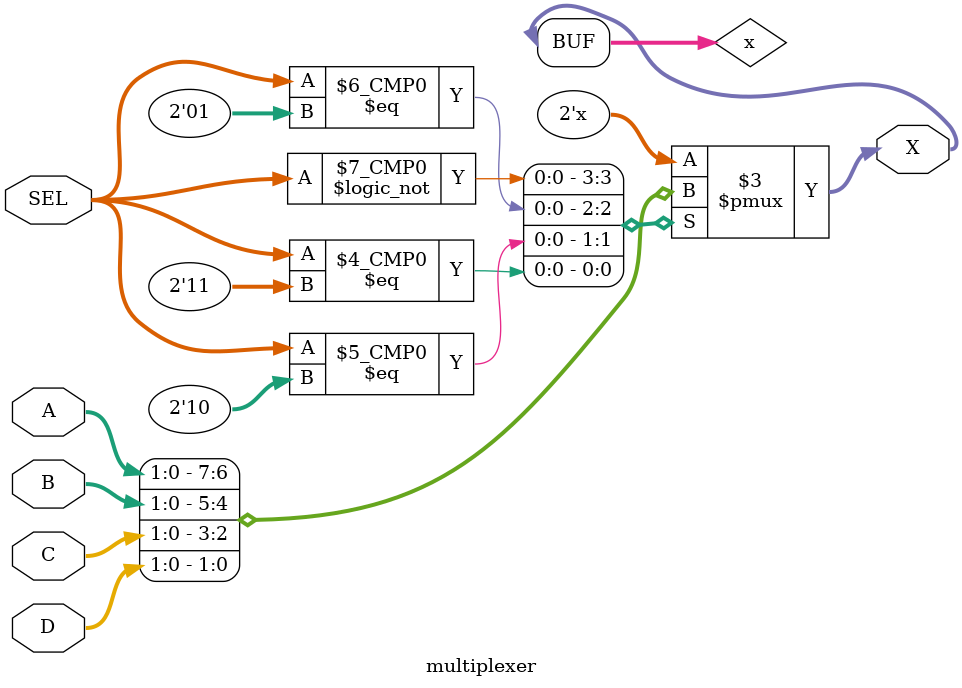
<source format=v>
module multiplexer(
    input [1:0]A, //2-bit vector
    input [1:0]B,
    input [1:0]C,
    input [1:0]D,
    input [1:0]SEL,
    output [1:0]X
);

//YOUR CODE HERE
//TIPS: IN THE VERILOG CASE STATEMENT, YOU HAVE TO LIST ALL CONDITION TO AVIOD ANY AMBIGUOUS STATEMENT;
/*only need to register output "X", cuz system needs to remember value of X. Inputs
A,B,C,D are set already*/ 
reg [1:0]x = 2'b00; //declare a varible x and hold value of binary "0"
assign X=x; //assign X to x, to match output declaration

always@(SEL, A, B, C, D)begin
   case(SEL)
        2'b00: x = A;  //if SEL=0, output is A
        2'b01: x = B;   //if SEL=1, output is B
        2'b10: x = C;   //if SEL=2, output is C
        2'b11: x = D;   //if SEL=3, output is D
        default: x = 0; //if SEL is anything else, output is always 0
     endcase  
   end     

endmodule
</source>
